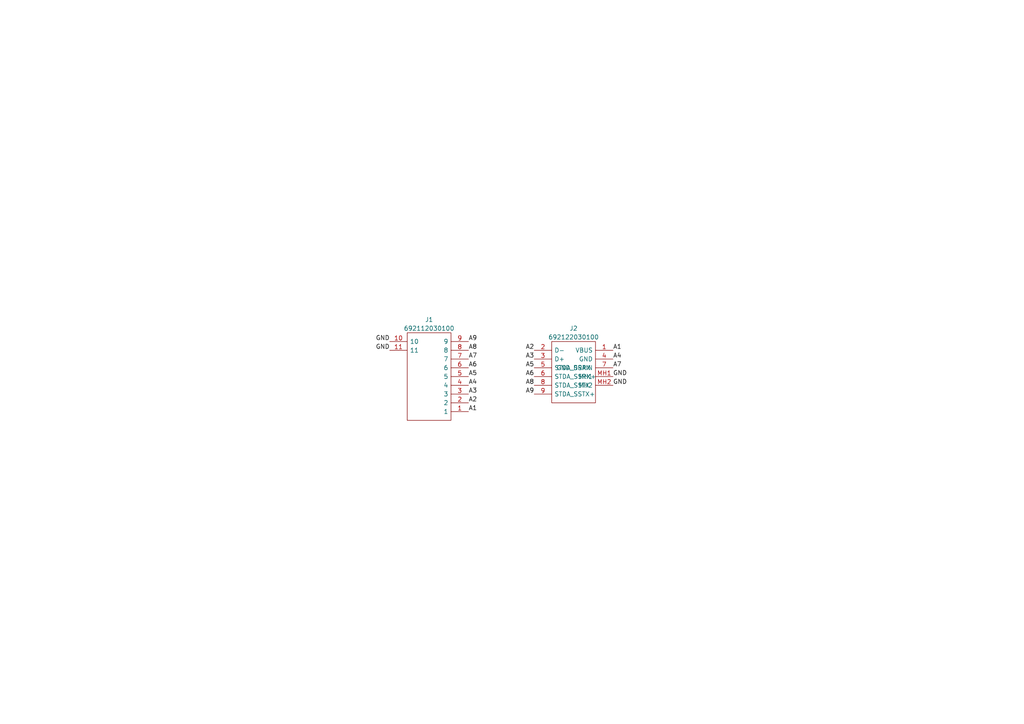
<source format=kicad_sch>
(kicad_sch (version 20230121) (generator eeschema)
  (paper "A4")
  (lib_symbols
    (symbol "mouser:692112030100" (pin_names (offset 0.762))
      (property "Reference" "J" (at 19.05 7.62 0))
      (property "Value" "692112030100" (at 19.05 5.08 0))
      (symbol "692112030100_0_0"
        (pin passive line (at 22.86 -20.32 180) (length 5.08) (name "1") (number "1"))
        (pin passive line (at 0 0 0) (length 5.08) (name "10") (number "10"))
        (pin passive line (at 0 -2.54 0) (length 5.08) (name "11") (number "11"))
        (pin passive line (at 22.86 -17.78 180) (length 5.08) (name "2") (number "2"))
        (pin passive line (at 22.86 -15.24 180) (length 5.08) (name "3") (number "3"))
        (pin passive line (at 22.86 -12.7 180) (length 5.08) (name "4") (number "4"))
        (pin passive line (at 22.86 -10.16 180) (length 5.08) (name "5") (number "5"))
        (pin passive line (at 22.86 -7.62 180) (length 5.08) (name "6") (number "6"))
        (pin passive line (at 22.86 -5.08 180) (length 5.08) (name "7") (number "7"))
        (pin passive line (at 22.86 -2.54 180) (length 5.08) (name "8") (number "8"))
        (pin passive line (at 22.86 0 180) (length 5.08) (name "9") (number "9"))
      )
      (symbol "692112030100_0_1"
        (polyline (pts (xy 5.08 2.54) (xy 17.78 2.54) (xy 17.78 -22.86) (xy 5.08 -22.86) (xy 5.08 2.54)) (stroke (width 0.1524)))
      )
    )
    (symbol "mouser:692122030100" (pin_names (offset 0.762))
      (property "Reference" "J" (at 19.05 7.62 0))
      (property "Value" "692122030100" (at 19.05 5.08 0))
      (symbol "692122030100_0_0"
        (pin passive line (at 22.86 0 180) (length 5.08) (name "VBUS") (number "1"))
        (pin passive line (at 0 0 0) (length 5.08) (name "D-") (number "2"))
        (pin passive line (at 0 -2.54 0) (length 5.08) (name "D+") (number "3"))
        (pin passive line (at 22.86 -2.54 180) (length 5.08) (name "GND") (number "4"))
        (pin passive line (at 0 -5.08 0) (length 5.08) (name "STDA_SSRX") (number "5"))
        (pin passive line (at 0 -7.62 0) (length 5.08) (name "STDA_SSRX+") (number "6"))
        (pin passive line (at 22.86 -5.08 180) (length 5.08) (name "GND_DRAIN") (number "7"))
        (pin passive line (at 0 -10.16 0) (length 5.08) (name "STDA_SSTX") (number "8"))
        (pin passive line (at 0 -12.7 0) (length 5.08) (name "STDA_SSTX+") (number "9"))
        (pin passive line (at 22.86 -7.62 180) (length 5.08) (name "MH1") (number "MH1"))
        (pin passive line (at 22.86 -10.16 180) (length 5.08) (name "MH2") (number "MH2"))
      )
      (symbol "692122030100_0_1"
        (polyline (pts (xy 5.08 2.54) (xy 17.78 2.54) (xy 17.78 -15.24) (xy 5.08 -15.24) (xy 5.08 2.54)) (stroke (width 0.1524)))
      )
    )
  )
  (label "GND" (at 177.8 109.22 0))
  (label "GND" (at 113.03 99.06 180))
  (label "A9" (at 135.89 99.06 0))
  (label "A8" (at 154.94 111.76 180))
  (label "A2" (at 154.94 101.6 180))
  (label "A8" (at 135.89 101.6 0))
  (label "A9" (at 154.94 114.3 180))
  (label "A7" (at 135.89 104.14 0))
  (label "A5" (at 135.89 109.22 0))
  (label "A6" (at 154.94 109.22 180))
  (label "A1" (at 177.8 101.6 0))
  (label "A2" (at 135.89 116.84 0))
  (label "GND" (at 177.8 111.76 0))
  (label "A6" (at 135.89 106.68 0))
  (label "GND" (at 113.03 101.6 180))
  (label "A3" (at 154.94 104.14 180))
  (label "A4" (at 177.8 104.14 0))
  (label "A4" (at 135.89 111.76 0))
  (label "A1" (at 135.89 119.38 0))
  (label "A3" (at 135.89 114.3 0))
  (label "A5" (at 154.94 106.68 180))
  (label "A7" (at 177.8 106.68 0))
  (symbol (lib_id "mouser:692122030100") (at 154.94 101.6 0) (unit 1)
    (property "Reference" "J2" (at 166.37 95.25 0))
    (property "Value" "692122030100" (at 166.37 97.79 0))
    (property "Footprint" "692122030100" (effects hide))
    (property "Datasheet" "https://componentsearchengine.com//692122030100.pdf" (effects hide))
    (property "Description" "Wurth Elektronik WR-COM Series, Right Angle Through Hole, Version 3.0 Type A USB Connector, Receptacle" (effects hide))
    (property "Height" "7.55" (effects hide))
    (property "Mouser2 Part Number" "710-692122030100" (effects hide))
    (property "Mouser2 Price/Stock" "https://www.mouser.com/Search/Refine.aspx?Keyword=710-692122030100" (effects hide))
    (property "Manufacturer_Name" "Wurth Elektronik" (effects hide))
    (property "Manufacturer_Part_Number" "692122030100" (effects hide))
  )
  (symbol (lib_id "mouser:692112030100") (at 113.03 99.06 0) (unit 1)
    (property "Reference" "J1" (at 124.46 92.71 0))
    (property "Value" "692112030100" (at 124.46 95.25 0))
    (property "Footprint" "mouser:692112030100-fixed" (effects hide))
    (property "Datasheet" "https://componentsearchengine.com//692112030100.pdf" (effects hide))
    (property "Description" "Wurth Elektronik Male Right Angle Through Hole Version 3 Type A USB Connector, 30 V ac, 0.25A WR-COM" (effects hide))
    (property "Height" "1" (effects hide))
    (property "Mouser2 Part Number" "710-692112030100" (effects hide))
    (property "Mouser2 Price/Stock" "https://www.mouser.com/Search/Refine.aspx?Keyword=710-692112030100" (effects hide))
    (property "Manufacturer_Name" "Wurth Elektronik" (effects hide))
    (property "Manufacturer_Part_Number" "692112030100" (effects hide))
  )
)
</source>
